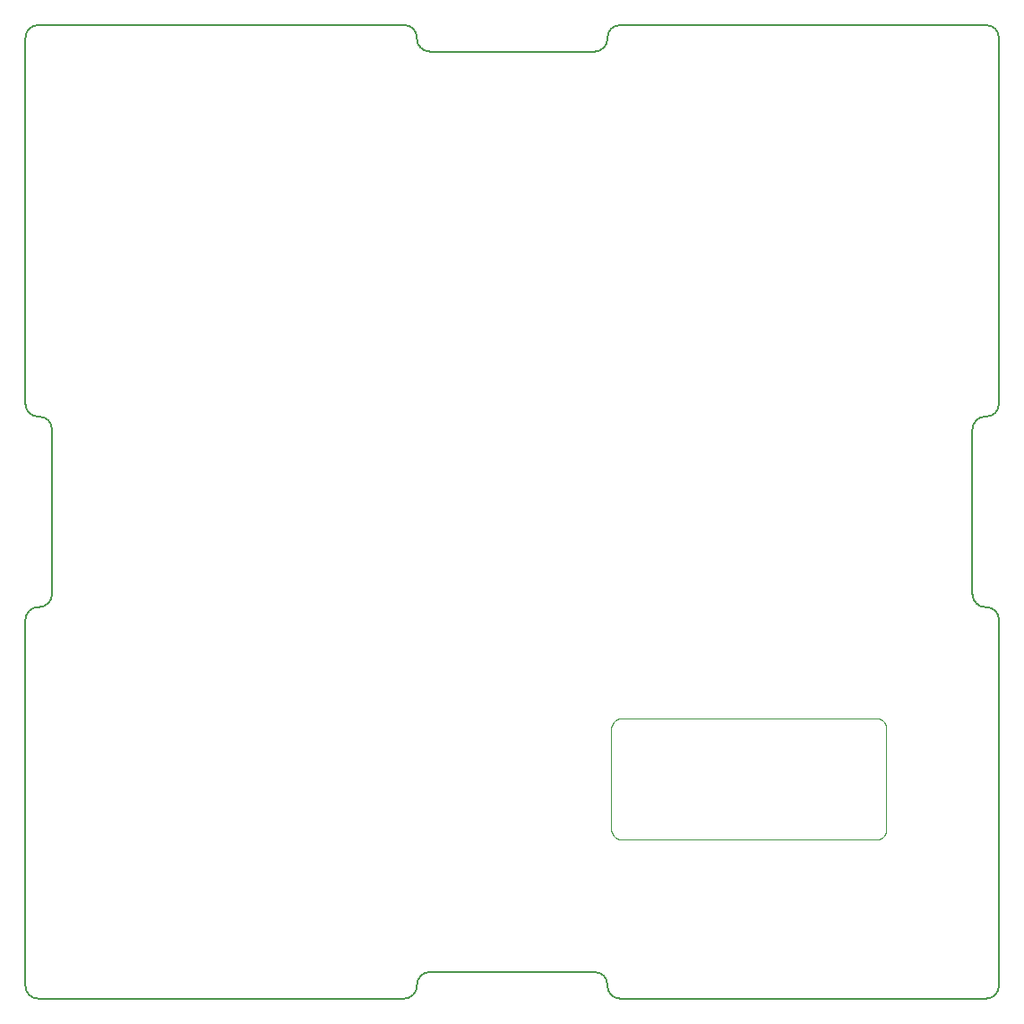
<source format=gbr>
%TF.GenerationSoftware,KiCad,Pcbnew,8.0.4*%
%TF.CreationDate,2024-08-22T00:26:23+05:30*%
%TF.ProjectId,sanket 4.0,73616e6b-6574-4203-942e-302e6b696361,rev?*%
%TF.SameCoordinates,Original*%
%TF.FileFunction,Profile,NP*%
%FSLAX46Y46*%
G04 Gerber Fmt 4.6, Leading zero omitted, Abs format (unit mm)*
G04 Created by KiCad (PCBNEW 8.0.4) date 2024-08-22 00:26:23*
%MOMM*%
%LPD*%
G01*
G04 APERTURE LIST*
%TA.AperFunction,Profile*%
%ADD10C,0.200000*%
%TD*%
%TA.AperFunction,Profile*%
%ADD11C,0.100000*%
%TD*%
G04 APERTURE END LIST*
D10*
X136181900Y-137398600D02*
G75*
G02*
X134981901Y-138598600I-1200000J0D01*
G01*
X100481900Y-83598600D02*
G75*
G02*
X101681900Y-84798600I0J-1200000D01*
G01*
X99181900Y-47798600D02*
X99181900Y-82398601D01*
X189881900Y-101598600D02*
G75*
G02*
X188681900Y-100398600I0J1200000D01*
G01*
X191181900Y-47798600D02*
X191181900Y-82398600D01*
X191181900Y-102798600D02*
X191181900Y-137398600D01*
X100381900Y-138598600D02*
X134981901Y-138598600D01*
X191181900Y-82398600D02*
G75*
G02*
X189981900Y-83598600I-1200000J0D01*
G01*
X152981900Y-136098600D02*
G75*
G02*
X154181900Y-137298600I0J-1200000D01*
G01*
X155381900Y-138598600D02*
G75*
G02*
X154181900Y-137398600I0J1200000D01*
G01*
X189981900Y-101598600D02*
G75*
G02*
X191181900Y-102798600I0J-1200000D01*
G01*
X101681900Y-100398600D02*
G75*
G02*
X100481901Y-101598600I-1200000J0D01*
G01*
X152981900Y-136098600D02*
X137381900Y-136098600D01*
X100381900Y-46598600D02*
X134981900Y-46598600D01*
X99181900Y-47798600D02*
G75*
G02*
X100381900Y-46598600I1200000J0D01*
G01*
X137381900Y-49098600D02*
X152981900Y-49098600D01*
X188681900Y-84798600D02*
X188681900Y-100398600D01*
X137381900Y-49098600D02*
G75*
G02*
X136181900Y-47898601I0J1200000D01*
G01*
X99181900Y-102798600D02*
X99181900Y-137398600D01*
X189981900Y-46598600D02*
G75*
G02*
X191181900Y-47798600I0J-1200000D01*
G01*
X189981900Y-101598600D02*
X189881900Y-101598600D01*
X154181900Y-47898600D02*
G75*
G02*
X152981900Y-49098600I-1200000J0D01*
G01*
X188681900Y-84798600D02*
G75*
G02*
X189881900Y-83598600I1200000J0D01*
G01*
X191181900Y-137398600D02*
G75*
G02*
X189981900Y-138598600I-1200000J0D01*
G01*
X100381900Y-138598600D02*
G75*
G02*
X99181900Y-137398600I0J1200000D01*
G01*
X100381900Y-101598600D02*
X100481901Y-101598600D01*
X136181900Y-137398600D02*
X136181900Y-137298600D01*
X136181900Y-47798600D02*
X136181900Y-47898601D01*
X136181900Y-137298600D02*
G75*
G02*
X137381900Y-136098600I1200000J0D01*
G01*
X155381900Y-138598600D02*
X189981900Y-138598600D01*
X155381900Y-46598600D02*
X189981900Y-46598600D01*
X154181900Y-47798600D02*
G75*
G02*
X155381900Y-46598600I1200000J0D01*
G01*
X189981900Y-83598600D02*
X189881900Y-83598600D01*
X99181900Y-102798600D02*
G75*
G02*
X100381900Y-101598600I1200000J0D01*
G01*
X100381900Y-83598600D02*
X100481900Y-83598600D01*
X100381900Y-83598600D02*
G75*
G02*
X99181900Y-82398601I0J1200000D01*
G01*
X101681900Y-100398600D02*
X101681900Y-84798600D01*
X154181900Y-137398600D02*
X154181900Y-137298600D01*
X134981900Y-46598600D02*
G75*
G02*
X136181900Y-47798600I0J-1200000D01*
G01*
X154181900Y-47798600D02*
X154181900Y-47898600D01*
D11*
%TO.C,MISC1*%
X179834990Y-112132830D02*
X180016980Y-112208210D01*
X180180760Y-112317650D01*
X180320050Y-112456940D01*
X180429490Y-112620720D01*
X180504870Y-112802710D01*
X180543300Y-112995910D01*
X180543300Y-113094400D01*
X180543300Y-122594400D01*
X180543300Y-122692890D01*
X180504870Y-122886090D01*
X180429490Y-123068080D01*
X180320050Y-123231860D01*
X180180760Y-123371150D01*
X180016980Y-123480590D01*
X179834990Y-123555970D01*
X179641790Y-123594400D01*
X179543300Y-123594400D01*
X155543300Y-123594400D01*
X155444810Y-123594400D01*
X155251610Y-123555970D01*
X155069620Y-123480590D01*
X154905840Y-123371150D01*
X154766550Y-123231860D01*
X154657110Y-123068080D01*
X154581730Y-122886090D01*
X154543300Y-122692890D01*
X154543300Y-122594400D01*
X154543300Y-113094400D01*
X154543300Y-112995910D01*
X154581730Y-112802710D01*
X154657110Y-112620720D01*
X154766550Y-112456940D01*
X154905840Y-112317650D01*
X155069620Y-112208210D01*
X155251610Y-112132830D01*
X155444810Y-112094400D01*
X155543300Y-112094400D01*
X179543300Y-112094400D01*
X179641790Y-112094400D01*
X179834990Y-112132830D01*
%TD*%
M02*

</source>
